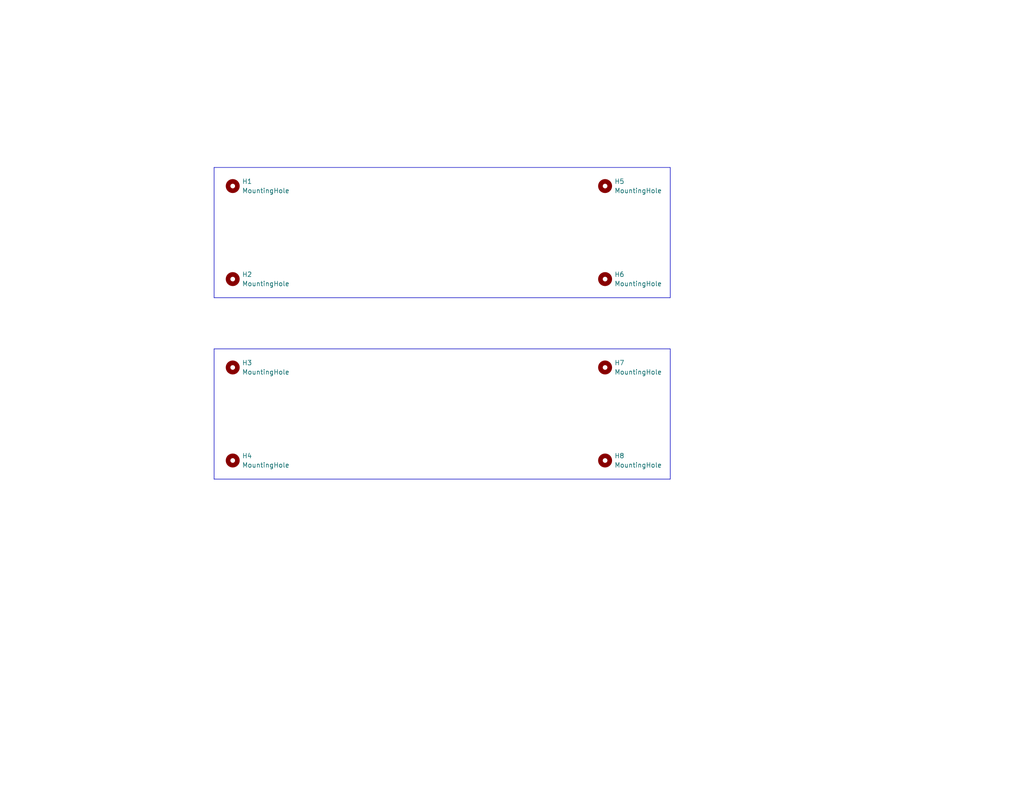
<source format=kicad_sch>
(kicad_sch (version 20230121) (generator eeschema)
  (paper "USLetter")
  (lib_symbols
    (symbol "Mechanical:MountingHole" (pin_names (offset 1.016))
      (property "Reference" "H" (at 0 5.08 0))
      (property "Value" "MountingHole" (at 0 3.175 0))
      (symbol "MountingHole_0_1"
        (circle (center 0 0) (radius 1.27) (stroke (width 1.27)))
      )
    )
  )
  (polyline (pts (xy 182.88 81.28) (xy 182.88 45.72)))
  (polyline (pts (xy 58.42 81.28) (xy 182.88 81.28)))
  (polyline (pts (xy 58.42 45.72) (xy 58.42 81.28)))
  (polyline (pts (xy 58.42 130.81) (xy 182.88 130.81)))
  (polyline (pts (xy 58.42 45.72) (xy 182.88 45.72)))
  (polyline (pts (xy 58.42 95.25) (xy 58.42 130.81)))
  (polyline (pts (xy 182.88 130.81) (xy 182.88 95.25)))
  (polyline (pts (xy 58.42 95.25) (xy 182.88 95.25)))
  (symbol (lib_id "Mechanical:MountingHole") (at 165.1 125.73 0) (unit 1)
    (property "Reference" "H8" (at 167.64 124.46 0) (effects (justify left)))
    (property "Value" "MountingHole" (at 167.64 127 0) (effects (justify left)))
    (property "Footprint" "kosmo-lib:Hammond_1455_End_Plate_Hole" (effects hide))
  )
  (symbol (lib_id "Mechanical:MountingHole") (at 63.5 100.33 0) (unit 1)
    (property "Reference" "H3" (at 66.04 99.06 0) (effects (justify left)))
    (property "Value" "MountingHole" (at 66.04 101.6 0) (effects (justify left)))
    (property "Footprint" "kosmo-lib:Hammond_1455_End_Plate_Hole" (effects hide))
  )
  (symbol (lib_id "Mechanical:MountingHole") (at 165.1 76.2 0) (unit 1)
    (property "Reference" "H6" (at 167.64 74.93 0) (effects (justify left)))
    (property "Value" "MountingHole" (at 167.64 77.47 0) (effects (justify left)))
    (property "Footprint" "kosmo-lib:Hammond_1455_End_Plate_Hole" (effects hide))
  )
  (symbol (lib_id "Mechanical:MountingHole") (at 165.1 100.33 0) (unit 1)
    (property "Reference" "H7" (at 167.64 99.06 0) (effects (justify left)))
    (property "Value" "MountingHole" (at 167.64 101.6 0) (effects (justify left)))
    (property "Footprint" "kosmo-lib:Hammond_1455_End_Plate_Hole" (effects hide))
  )
  (symbol (lib_id "Mechanical:MountingHole") (at 63.5 76.2 0) (unit 1)
    (property "Reference" "H2" (at 66.04 74.93 0) (effects (justify left)))
    (property "Value" "MountingHole" (at 66.04 77.47 0) (effects (justify left)))
    (property "Footprint" "kosmo-lib:Hammond_1455_End_Plate_Hole" (effects hide))
  )
  (symbol (lib_id "Mechanical:MountingHole") (at 63.5 50.8 0) (unit 1)
    (property "Reference" "H1" (at 66.04 49.53 0) (effects (justify left)))
    (property "Value" "MountingHole" (at 66.04 52.07 0) (effects (justify left)))
    (property "Footprint" "kosmo-lib:Hammond_1455_End_Plate_Hole" (effects hide))
  )
  (symbol (lib_id "Mechanical:MountingHole") (at 63.5 125.73 0) (unit 1)
    (property "Reference" "H4" (at 66.04 124.46 0) (effects (justify left)))
    (property "Value" "MountingHole" (at 66.04 127 0) (effects (justify left)))
    (property "Footprint" "kosmo-lib:Hammond_1455_End_Plate_Hole" (effects hide))
  )
  (symbol (lib_id "Mechanical:MountingHole") (at 165.1 50.8 0) (unit 1)
    (property "Reference" "H5" (at 167.64 49.53 0) (effects (justify left)))
    (property "Value" "MountingHole" (at 167.64 52.07 0) (effects (justify left)))
    (property "Footprint" "kosmo-lib:Hammond_1455_End_Plate_Hole" (effects hide))
  )
)
</source>
